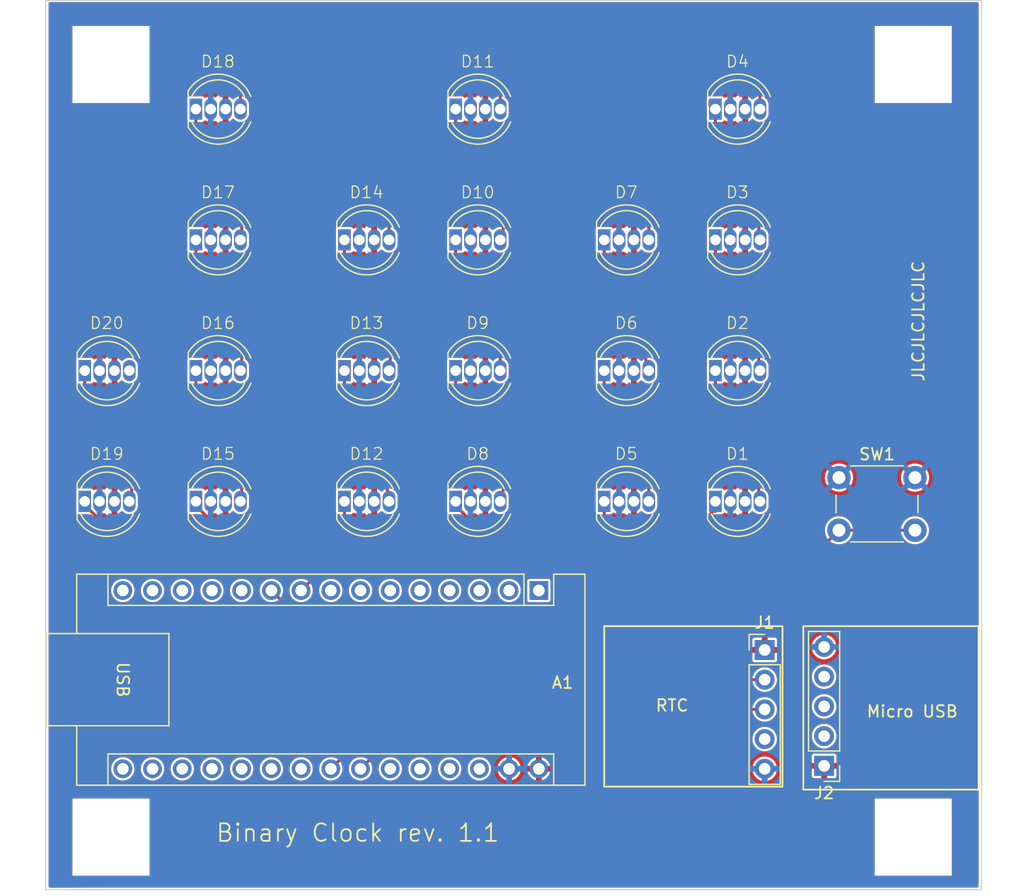
<source format=kicad_pcb>
(kicad_pcb (version 20221018) (generator pcbnew)
  (layers (0 "F.Cu" signal) (31 "B.Cu" signal) (34 "B.Paste" user) (35 "F.Paste" user) (36 "B.SilkS" user "B.Silkscreen") (37 "F.SilkS" user "F.Silkscreen") (38 "B.Mask" user) (39 "F.Mask" user) (44 "Edge.Cuts" user))
  (net 0 "")
  (net 4 "GND")
  (net 19 "Net-(A1-A4)")
  (net 20 "Net-(A1-A5)")
  (net 25 "+5V")
  (net 26 "Net-(D2-DOUT)")
  (net 27 "Net-(D4-DOUT)")
  (net 28 "Net-(D3-DOUT)")
  (net 29 "Net-(D5-DOUT)")
  (net 30 "Net-(D6-DOUT)")
  (net 31 "Net-(D7-DOUT)")
  (net 32 "Net-(D10-DOUT)")
  (net 33 "Net-(D10-DIN)")
  (net 34 "Net-(D8-DOUT)")
  (net 35 "Net-(D11-DOUT)")
  (net 36 "Net-(D14-DOUT)")
  (net 37 "Net-(D15-DOUT)")
  (net 38 "Net-(D16-DOUT)")
  (net 39 "Net-(D17-DOUT)")
  (net 40 "Net-(D18-DOUT)")
  (net 41 "Net-(D19-DOUT)")
  (net 42 "Net-(D12-DOUT)")
  (net 43 "Net-(D13-DOUT)")
  (net 49 "Net-(A1-D7)")
  (net 50 "Net-(A1-D6)")
  (net 54 "Net-(D1-DOUT)")
  (footprint "Library:LED_D5.0mm-4_RGB_WS2811" (layer "F.Cu") (at 125.329 46.546429)
    (fp_text reference "D7" (at 0 -2.604429 unlocked) (layer "F.SilkS") (effects (font (thickness 0.1))))
    (fp_text value "WS2812")
    (pad "1" thru_hole oval (at 1.925 1.459571) (size 1.07 1.8) (drill 0.9) (layers "*.Cu" "*.Mask") (net 31 "Net-(D7-DOUT)"))
    (pad "2" thru_hole rect (at -1.885 1.459571) (size 1.07 1.8) (drill 0.9) (layers "*.Cu" "*.Mask") (net 30 "Net-(D6-DOUT)"))
    (pad "3" thru_hole oval (at 0.655 1.459571) (size 1.07 1.8) (drill 0.9) (layers "*.Cu" "*.Mask") (net 25 "+5V"))
    (pad "6" thru_hole oval (at -0.615 1.459571) (size 1.07 1.8) (drill 0.9) (layers "*.Cu" "*.Mask") (net 4 "GND"))
  )
  (footprint "Module:Arduino_Nano" (layer "F.Cu") (at 117.856 77.978 -90)
    (fp_text reference "A1" (at 7.874 -2.032) (layer "F.SilkS"))
    (fp_text value "Arduino_Nano_v2.x")
    (fp_text user "USB" (at 7.62 35.56 -90 unlocked) (layer "F.SilkS"))
    (pad "1" thru_hole rect (at 0 0 270) (size 1.6 1.6) (drill 1) (layers "*.Cu" "*.Mask"))
    (pad "2" thru_hole oval (at 0 2.54 270) (size 1.6 1.6) (drill 1) (layers "*.Cu" "*.Mask"))
    (pad "3" thru_hole oval (at 0 5.08 270) (size 1.6 1.6) (drill 1) (layers "*.Cu" "*.Mask"))
    (pad "4" thru_hole oval (at 0 7.62 270) (size 1.6 1.6) (drill 1) (layers "*.Cu" "*.Mask"))
    (pad "5" thru_hole oval (at 0 10.16 270) (size 1.6 1.6) (drill 1) (layers "*.Cu" "*.Mask"))
    (pad "6" thru_hole oval (at 0 12.7 270) (size 1.6 1.6) (drill 1) (layers "*.Cu" "*.Mask"))
    (pad "7" thru_hole oval (at 0 15.24 270) (size 1.6 1.6) (drill 1) (layers "*.Cu" "*.Mask"))
    (pad "8" thru_hole oval (at 0 17.78 270) (size 1.6 1.6) (drill 1) (layers "*.Cu" "*.Mask"))
    (pad "9" thru_hole oval (at 0 20.32 270) (size 1.6 1.6) (drill 1) (layers "*.Cu" "*.Mask") (net 50 "Net-(A1-D6)"))
    (pad "10" thru_hole oval (at 0 22.86 270) (size 1.6 1.6) (drill 1) (layers "*.Cu" "*.Mask") (net 49 "Net-(A1-D7)"))
    (pad "11" thru_hole oval (at 0 25.4 270) (size 1.6 1.6) (drill 1) (layers "*.Cu" "*.Mask"))
    (pad "12" thru_hole oval (at 0 27.94 270) (size 1.6 1.6) (drill 1) (layers "*.Cu" "*.Mask"))
    (pad "13" thru_hole oval (at 0 30.48 270) (size 1.6 1.6) (drill 1) (layers "*.Cu" "*.Mask"))
    (pad "14" thru_hole oval (at 0 33.02 270) (size 1.6 1.6) (drill 1) (layers "*.Cu" "*.Mask"))
    (pad "15" thru_hole oval (at 0 35.56 270) (size 1.6 1.6) (drill 1) (layers "*.Cu" "*.Mask"))
    (pad "16" thru_hole oval (at 15.24 35.56 270) (size 1.6 1.6) (drill 1) (layers "*.Cu" "*.Mask"))
    (pad "17" thru_hole oval (at 15.24 33.02 270) (size 1.6 1.6) (drill 1) (layers "*.Cu" "*.Mask"))
    (pad "18" thru_hole oval (at 15.24 30.48 270) (size 1.6 1.6) (drill 1) (layers "*.Cu" "*.Mask"))
    (pad "19" thru_hole oval (at 15.24 27.94 270) (size 1.6 1.6) (drill 1) (layers "*.Cu" "*.Mask"))
    (pad "20" thru_hole oval (at 15.24 25.4 270) (size 1.6 1.6) (drill 1) (layers "*.Cu" "*.Mask"))
    (pad "21" thru_hole oval (at 15.24 22.86 270) (size 1.6 1.6) (drill 1) (layers "*.Cu" "*.Mask"))
    (pad "22" thru_hole oval (at 15.24 20.32 270) (size 1.6 1.6) (drill 1) (layers "*.Cu" "*.Mask"))
    (pad "23" thru_hole oval (at 15.24 17.78 270) (size 1.6 1.6) (drill 1) (layers "*.Cu" "*.Mask") (net 19 "Net-(A1-A4)"))
    (pad "24" thru_hole oval (at 15.24 15.24 270) (size 1.6 1.6) (drill 1) (layers "*.Cu" "*.Mask") (net 20 "Net-(A1-A5)"))
    (pad "25" thru_hole oval (at 15.24 12.7 270) (size 1.6 1.6) (drill 1) (layers "*.Cu" "*.Mask"))
    (pad "26" thru_hole oval (at 15.24 10.16 270) (size 1.6 1.6) (drill 1) (layers "*.Cu" "*.Mask"))
    (pad "27" thru_hole oval (at 15.24 7.62 270) (size 1.6 1.6) (drill 1) (layers "*.Cu" "*.Mask"))
    (pad "28" thru_hole oval (at 15.24 5.08 270) (size 1.6 1.6) (drill 1) (layers "*.Cu" "*.Mask"))
    (pad "29" thru_hole oval (at 15.24 2.54 270) (size 1.6 1.6) (drill 1) (layers "*.Cu" "*.Mask") (net 4 "GND"))
    (pad "30" thru_hole oval (at 15.24 0 270) (size 1.6 1.6) (drill 1) (layers "*.Cu" "*.Mask") (net 25 "+5V"))
  )
  (footprint "Library:LED_D5.0mm-4_RGB_WS2811" (layer "F.Cu") (at 90.424 46.546429)
    (fp_text reference "D17" (at 0 -2.604429 unlocked) (layer "F.SilkS") (effects (font (thickness 0.1))))
    (fp_text value "WS2812")
    (pad "1" thru_hole oval (at 1.925 1.459571) (size 1.07 1.8) (drill 0.9) (layers "*.Cu" "*.Mask") (net 39 "Net-(D17-DOUT)"))
    (pad "2" thru_hole rect (at -1.885 1.459571) (size 1.07 1.8) (drill 0.9) (layers "*.Cu" "*.Mask") (net 38 "Net-(D16-DOUT)"))
    (pad "3" thru_hole oval (at 0.655 1.459571) (size 1.07 1.8) (drill 0.9) (layers "*.Cu" "*.Mask") (net 25 "+5V"))
    (pad "6" thru_hole oval (at -0.615 1.459571) (size 1.07 1.8) (drill 0.9) (layers "*.Cu" "*.Mask") (net 4 "GND"))
  )
  (footprint "Library:LED_D5.0mm-4_RGB_WS2811" (layer "F.Cu") (at 112.629 68.898429)
    (fp_text reference "D8" (at 0 -2.604429 unlocked) (layer "F.SilkS") (effects (font (thickness 0.1))))
    (fp_text value "WS2812")
    (pad "1" thru_hole oval (at 1.925 1.459571) (size 1.07 1.8) (drill 0.9) (layers "*.Cu" "*.Mask") (net 34 "Net-(D8-DOUT)"))
    (pad "2" thru_hole rect (at -1.885 1.459571) (size 1.07 1.8) (drill 0.9) (layers "*.Cu" "*.Mask") (net 31 "Net-(D7-DOUT)"))
    (pad "3" thru_hole oval (at 0.655 1.459571) (size 1.07 1.8) (drill 0.9) (layers "*.Cu" "*.Mask") (net 25 "+5V"))
    (pad "6" thru_hole oval (at -0.615 1.459571) (size 1.07 1.8) (drill 0.9) (layers "*.Cu" "*.Mask") (net 4 "GND"))
  )
  (footprint "Library:LED_D5.0mm-4_RGB_WS2811" (layer "F.Cu") (at 134.834 68.898429)
    (fp_text reference "D1" (at 0 -2.604429 unlocked) (layer "F.SilkS") (effects (font (thickness 0.1))))
    (fp_text value "WS2812")
    (pad "1" thru_hole oval (at 1.925 1.459571) (size 1.07 1.8) (drill 0.9) (layers "*.Cu" "*.Mask") (net 54 "Net-(D1-DOUT)"))
    (pad "2" thru_hole rect (at -1.885 1.459571) (size 1.07 1.8) (drill 0.9) (layers "*.Cu" "*.Mask") (net 50 "Net-(A1-D6)"))
    (pad "3" thru_hole oval (at 0.655 1.459571) (size 1.07 1.8) (drill 0.9) (layers "*.Cu" "*.Mask") (net 25 "+5V"))
    (pad "6" thru_hole oval (at -0.615 1.459571) (size 1.07 1.8) (drill 0.9) (layers "*.Cu" "*.Mask") (net 4 "GND"))
  )
  (footprint "Library:LED_D5.0mm-4_RGB_WS2811" (layer "F.Cu") (at 90.424 35.370429)
    (fp_text reference "D18" (at 0 -2.604429 unlocked) (layer "F.SilkS") (effects (font (thickness 0.1))))
    (fp_text value "WS2812")
    (pad "1" thru_hole oval (at 1.925 1.459571) (size 1.07 1.8) (drill 0.9) (layers "*.Cu" "*.Mask") (net 40 "Net-(D18-DOUT)"))
    (pad "2" thru_hole rect (at -1.885 1.459571) (size 1.07 1.8) (drill 0.9) (layers "*.Cu" "*.Mask") (net 39 "Net-(D17-DOUT)"))
    (pad "3" thru_hole oval (at 0.655 1.459571) (size 1.07 1.8) (drill 0.9) (layers "*.Cu" "*.Mask") (net 25 "+5V"))
    (pad "6" thru_hole oval (at -0.615 1.459571) (size 1.07 1.8) (drill 0.9) (layers "*.Cu" "*.Mask") (net 4 "GND"))
  )
  (footprint "Button_Switch_THT:SW_PUSH_6mm" (layer "F.Cu") (at 143.51 68.326)
    (fp_text reference "SW1" (at 3.25 -2) (layer "F.SilkS"))
    (fp_text value "SW_Push")
    (pad "1" thru_hole circle (at 0 0 90) (size 2 2) (drill 1.1) (layers "*.Cu" "*.Mask") (net 4 "GND"))
    (pad "1" thru_hole circle (at 6.5 0 90) (size 2 2) (drill 1.1) (layers "*.Cu" "*.Mask") (net 4 "GND"))
    (pad "2" thru_hole circle (at 0 4.5 90) (size 2 2) (drill 1.1) (layers "*.Cu" "*.Mask") (net 49 "Net-(A1-D7)"))
    (pad "2" thru_hole circle (at 6.5 4.5 90) (size 2 2) (drill 1.1) (layers "*.Cu" "*.Mask") (net 49 "Net-(A1-D7)"))
  )
  (footprint "MountingHole:MountingHole_3.2mm_M3" (layer "F.Cu") (at 81.28 99.06)
    (fp_text reference "REF**" hide)
    (fp_text value "MountingHole_3.2mm_M3")
    (pad "" np_thru_hole circle (at 0 0) (size 3.2 3.2) (drill 3.2) (layers "*.Cu" "*.Mask"))
  )
  (footprint "Library:LED_D5.0mm-4_RGB_WS2811" (layer "F.Cu") (at 103.124 46.546429)
    (fp_text reference "D14" (at 0 -2.604429 unlocked) (layer "F.SilkS") (effects (font (thickness 0.1))))
    (fp_text value "WS2812")
    (pad "1" thru_hole oval (at 1.925 1.459571) (size 1.07 1.8) (drill 0.9) (layers "*.Cu" "*.Mask") (net 36 "Net-(D14-DOUT)"))
    (pad "2" thru_hole rect (at -1.885 1.459571) (size 1.07 1.8) (drill 0.9) (layers "*.Cu" "*.Mask") (net 43 "Net-(D13-DOUT)"))
    (pad "3" thru_hole oval (at 0.655 1.459571) (size 1.07 1.8) (drill 0.9) (layers "*.Cu" "*.Mask") (net 25 "+5V"))
    (pad "6" thru_hole oval (at -0.615 1.459571) (size 1.07 1.8) (drill 0.9) (layers "*.Cu" "*.Mask") (net 4 "GND"))
  )
  (footprint "Library:LED_D5.0mm-4_RGB_WS2811" (layer "F.Cu") (at 134.834 57.722429)
    (fp_text reference "D2" (at 0 -2.604429 unlocked) (layer "F.SilkS") (effects (font (thickness 0.1))))
    (fp_text value "WS2812" hide)
    (pad "1" thru_hole oval (at 1.925 1.459571) (size 1.07 1.8) (drill 0.9) (layers "*.Cu" "*.Mask") (net 26 "Net-(D2-DOUT)"))
    (pad "2" thru_hole rect (at -1.885 1.459571) (size 1.07 1.8) (drill 0.9) (layers "*.Cu" "*.Mask") (net 54 "Net-(D1-DOUT)"))
    (pad "3" thru_hole oval (at 0.655 1.459571) (size 1.07 1.8) (drill 0.9) (layers "*.Cu" "*.Mask") (net 25 "+5V"))
    (pad "6" thru_hole oval (at -0.615 1.459571) (size 1.07 1.8) (drill 0.9) (layers "*.Cu" "*.Mask") (net 4 "GND"))
  )
  (footprint "MountingHole:MountingHole_3.2mm_M3" (layer "F.Cu") (at 149.86 33.02)
    (fp_text reference "REF**" hide)
    (fp_text value "MountingHole_3.2mm_M3")
    (pad "" np_thru_hole circle (at 0 0) (size 3.2 3.2) (drill 3.2) (layers "*.Cu" "*.Mask"))
  )
  (footprint "Library:LED_D5.0mm-4_RGB_WS2811" (layer "F.Cu") (at 125.329 57.722429)
    (fp_text reference "D6" (at 0 -2.604429 unlocked) (layer "F.SilkS") (effects (font (thickness 0.1))))
    (fp_text value "WS2812")
    (pad "1" thru_hole oval (at 1.925 1.459571) (size 1.07 1.8) (drill 0.9) (layers "*.Cu" "*.Mask") (net 30 "Net-(D6-DOUT)"))
    (pad "2" thru_hole rect (at -1.885 1.459571) (size 1.07 1.8) (drill 0.9) (layers "*.Cu" "*.Mask") (net 29 "Net-(D5-DOUT)"))
    (pad "3" thru_hole oval (at 0.655 1.459571) (size 1.07 1.8) (drill 0.9) (layers "*.Cu" "*.Mask") (net 25 "+5V"))
    (pad "6" thru_hole oval (at -0.615 1.459571) (size 1.07 1.8) (drill 0.9) (layers "*.Cu" "*.Mask") (net 4 "GND"))
  )
  (footprint "Library:LED_D5.0mm-4_RGB_WS2811" (layer "F.Cu") (at 134.834 46.546429)
    (fp_text reference "D3" (at 0 -2.604429 unlocked) (layer "F.SilkS") (effects (font (thickness 0.1))))
    (fp_text value "WS2812")
    (pad "1" thru_hole oval (at 1.925 1.459571) (size 1.07 1.8) (drill 0.9) (layers "*.Cu" "*.Mask") (net 28 "Net-(D3-DOUT)"))
    (pad "2" thru_hole rect (at -1.885 1.459571) (size 1.07 1.8) (drill 0.9) (layers "*.Cu" "*.Mask") (net 26 "Net-(D2-DOUT)"))
    (pad "3" thru_hole oval (at 0.655 1.459571) (size 1.07 1.8) (drill 0.9) (layers "*.Cu" "*.Mask") (net 25 "+5V"))
    (pad "6" thru_hole oval (at -0.615 1.459571) (size 1.07 1.8) (drill 0.9) (layers "*.Cu" "*.Mask") (net 4 "GND"))
  )
  (footprint "Library:LED_D5.0mm-4_RGB_WS2811" (layer "F.Cu") (at 134.834 35.370429)
    (fp_text reference "D4" (at 0 -2.604429 unlocked) (layer "F.SilkS") (effects (font (thickness 0.1))))
    (fp_text value "WS2812")
    (pad "1" thru_hole oval (at 1.925 1.459571) (size 1.07 1.8) (drill 0.9) (layers "*.Cu" "*.Mask") (net 27 "Net-(D4-DOUT)"))
    (pad "2" thru_hole rect (at -1.885 1.459571) (size 1.07 1.8) (drill 0.9) (layers "*.Cu" "*.Mask") (net 28 "Net-(D3-DOUT)"))
    (pad "3" thru_hole oval (at 0.655 1.459571) (size 1.07 1.8) (drill 0.9) (layers "*.Cu" "*.Mask") (net 25 "+5V"))
    (pad "6" thru_hole oval (at -0.615 1.459571) (size 1.07 1.8) (drill 0.9) (layers "*.Cu" "*.Mask") (net 4 "GND"))
  )
  (footprint "Library:LED_D5.0mm-4_RGB_WS2811" (layer "F.Cu") (at 112.629 35.370429)
    (fp_text reference "D11" (at 0 -2.604429 unlocked) (layer "F.SilkS") (effects (font (thickness 0.1))))
    (fp_text value "WS2812")
    (pad "1" thru_hole oval (at 1.925 1.459571) (size 1.07 1.8) (drill 0.9) (layers "*.Cu" "*.Mask") (net 35 "Net-(D11-DOUT)"))
    (pad "2" thru_hole rect (at -1.885 1.459571) (size 1.07 1.8) (drill 0.9) (layers "*.Cu" "*.Mask") (net 32 "Net-(D10-DOUT)"))
    (pad "3" thru_hole oval (at 0.655 1.459571) (size 1.07 1.8) (drill 0.9) (layers "*.Cu" "*.Mask") (net 25 "+5V"))
    (pad "6" thru_hole oval (at -0.615 1.459571) (size 1.07 1.8) (drill 0.9) (layers "*.Cu" "*.Mask") (net 4 "GND"))
  )
  (footprint "Library:LED_D5.0mm-4_RGB_WS2811" (layer "F.Cu") (at 90.427 57.722429)
    (fp_text reference "D16" (at 0 -2.604429 unlocked) (layer "F.SilkS") (effects (font (thickness 0.1))))
    (fp_text value "WS2812")
    (pad "1" thru_hole oval (at 1.925 1.459571) (size 1.07 1.8) (drill 0.9) (layers "*.Cu" "*.Mask") (net 38 "Net-(D16-DOUT)"))
    (pad "2" thru_hole rect (at -1.885 1.459571) (size 1.07 1.8) (drill 0.9) (layers "*.Cu" "*.Mask") (net 37 "Net-(D15-DOUT)"))
    (pad "3" thru_hole oval (at 0.655 1.459571) (size 1.07 1.8) (drill 0.9) (layers "*.Cu" "*.Mask") (net 25 "+5V"))
    (pad "6" thru_hole oval (at -0.615 1.459571) (size 1.07 1.8) (drill 0.9) (layers "*.Cu" "*.Mask") (net 4 "GND"))
  )
  (footprint "Library:LED_D5.0mm-4_RGB_WS2811" (layer "F.Cu") (at 80.927 57.722429)
    (fp_text reference "D20" (at 0 -2.604429 unlocked) (layer "F.SilkS") (effects (font (thickness 0.1))))
    (fp_text value "WS2812")
    (pad "1" thru_hole oval (at 1.925 1.459571) (size 1.07 1.8) (drill 0.9) (layers "*.Cu" "*.Mask"))
    (pad "2" thru_hole rect (at -1.885 1.459571) (size 1.07 1.8) (drill 0.9) (layers "*.Cu" "*.Mask") (net 41 "Net-(D19-DOUT)"))
    (pad "3" thru_hole oval (at 0.655 1.459571) (size 1.07 1.8) (drill 0.9) (layers "*.Cu" "*.Mask") (net 25 "+5V"))
    (pad "6" thru_hole oval (at -0.615 1.459571) (size 1.07 1.8) (drill 0.9) (layers "*.Cu" "*.Mask") (net 4 "GND"))
  )
  (footprint "Library:LED_D5.0mm-4_RGB_WS2811" (layer "F.Cu") (at 103.127 68.898429)
    (fp_text reference "D12" (at 0 -2.604429 unlocked) (layer "F.SilkS") (effects (font (thickness 0.1))))
    (fp_text value "WS2812")
    (pad "1" thru_hole oval (at 1.925 1.459571) (size 1.07 1.8) (drill 0.9) (layers "*.Cu" "*.Mask") (net 42 "Net-(D12-DOUT)"))
    (pad "2" thru_hole rect (at -1.885 1.459571) (size 1.07 1.8) (drill 0.9) (layers "*.Cu" "*.Mask") (net 35 "Net-(D11-DOUT)"))
    (pad "3" thru_hole oval (at 0.655 1.459571) (size 1.07 1.8) (drill 0.9) (layers "*.Cu" "*.Mask") (net 25 "+5V"))
    (pad "6" thru_hole oval (at -0.615 1.459571) (size 1.07 1.8) (drill 0.9) (layers "*.Cu" "*.Mask") (net 4 "GND"))
  )
  (footprint "Library:LED_D5.0mm-4_RGB_WS2811" (layer "F.Cu") (at 125.329 68.898429)
    (fp_text reference "D5" (at 0 -2.604429 unlocked) (layer "F.SilkS") (effects (font (thickness 0.1))))
    (fp_text value "WS2812")
    (pad "1" thru_hole oval (at 1.925 1.459571) (size 1.07 1.8) (drill 0.9) (layers "*.Cu" "*.Mask") (net 29 "Net-(D5-DOUT)"))
    (pad "2" thru_hole rect (at -1.885 1.459571) (size 1.07 1.8) (drill 0.9) (layers "*.Cu" "*.Mask") (net 27 "Net-(D4-DOUT)"))
    (pad "3" thru_hole oval (at 0.655 1.459571) (size 1.07 1.8) (drill 0.9) (layers "*.Cu" "*.Mask") (net 25 "+5V"))
    (pad "6" thru_hole oval (at -0.615 1.459571) (size 1.07 1.8) (drill 0.9) (layers "*.Cu" "*.Mask") (net 4 "GND"))
  )
  (footprint "MountingHole:MountingHole_3.2mm_M3" (layer "F.Cu") (at 81.28 33.02)
    (fp_text reference "REF**" hide)
    (fp_text value "MountingHole_3.2mm_M3")
    (pad "" np_thru_hole circle (at 0 0) (size 3.2 3.2) (drill 3.2) (layers "F&B.Cu" "*.Mask"))
  )
  (footprint "Library:LED_D5.0mm-4_RGB_WS2811" (layer "F.Cu") (at 90.427 68.898429)
    (fp_text reference "D15" (at 0 -2.604429 unlocked) (layer "F.SilkS") (effects (font (thickness 0.1))))
    (fp_text value "WS2812")
    (pad "1" thru_hole oval (at 1.925 1.459571) (size 1.07 1.8) (drill 0.9) (layers "*.Cu" "*.Mask") (net 37 "Net-(D15-DOUT)"))
    (pad "2" thru_hole rect (at -1.885 1.459571) (size 1.07 1.8) (drill 0.9) (layers "*.Cu" "*.Mask") (net 36 "Net-(D14-DOUT)"))
    (pad "3" thru_hole oval (at 0.655 1.459571) (size 1.07 1.8) (drill 0.9) (layers "*.Cu" "*.Mask") (net 25 "+5V"))
    (pad "6" thru_hole oval (at -0.615 1.459571) (size 1.07 1.8) (drill 0.9) (layers "*.Cu" "*.Mask") (net 4 "GND"))
  )
  (footprint "Connector_PinHeader_2.54mm:PinHeader_1x05_P2.54mm_Vertical" (layer "F.Cu") (at 142.24 92.964 180)
    (fp_text reference "J2" (at 0 -2.33) (layer "F.SilkS"))
    (fp_text value "MicroUSB_header" hide)
    (pad "1" thru_hole rect (at 0 0 180) (size 1.7 1.7) (drill 1) (layers "*.Cu" "*.Mask") (net 25 "+5V"))
    (pad "2" thru_hole oval (at 0 2.54 180) (size 1.7 1.7) (drill 1) (layers "*.Cu" "*.Mask"))
    (pad "3" thru_hole oval (at 0 5.08 180) (size 1.7 1.7) (drill 1) (layers "*.Cu" "*.Mask"))
    (pad "4" thru_hole oval (at 0 7.62 180) (size 1.7 1.7) (drill 1) (layers "*.Cu" "*.Mask"))
    (pad "5" thru_hole oval (at 0 10.16 180) (size 1.7 1.7) (drill 1) (layers "*.Cu" "*.Mask") (net 4 "GND"))
  )
  (footprint "Library:LED_D5.0mm-4_RGB_WS2811" (layer "F.Cu") (at 103.127 57.722429)
    (fp_text reference "D13" (at -0.003 -2.604429 unlocked) (layer "F.SilkS") (effects (font (thickness 0.1))))
    (fp_text value "WS2812")
    (pad "1" thru_hole oval (at 1.925 1.459571) (size 1.07 1.8) (drill 0.9) (layers "*.Cu" "*.Mask") (net 43 "Net-(D13-DOUT)"))
    (pad "2" thru_hole rect (at -1.885 1.459571) (size 1.07 1.8) (drill 0.9) (layers "*.Cu" "*.Mask") (net 42 "Net-(D12-DOUT)"))
    (pad "3" thru_hole oval (at 0.655 1.459571) (size 1.07 1.8) (drill 0.9) (layers "*.Cu" "*.Mask") (net 25 "+5V"))
    (pad "6" thru_hole oval (at -0.615 1.459571) (size 1.07 1.8) (drill 0.9) (layers "*.Cu" "*.Mask") (net 4 "GND"))
  )
  (footprint "Library:LED_D5.0mm-4_RGB_WS2811" (layer "F.Cu") (at 112.629 57.722429)
    (fp_text reference "D9" (at 0 -2.604429 unlocked) (layer "F.SilkS") (effects (font (thickness 0.1))))
    (fp_text value "WS2812")
    (pad "1" thru_hole oval (at 1.925 1.459571) (size 1.07 1.8) (drill 0.9) (layers "*.Cu" "*.Mask") (net 33 "Net-(D10-DIN)"))
    (pad "2" thru_hole rect (at -1.885 1.459571) (size 1.07 1.8) (drill 0.9) (layers "*.Cu" "*.Mask") (net 34 "Net-(D8-DOUT)"))
    (pad "3" thru_hole oval (at 0.655 1.459571) (size 1.07 1.8) (drill 0.9) (layers "*.Cu" "*.Mask") (net 25 "+5V"))
    (pad "6" thru_hole oval (at -0.615 1.459571) (size 1.07 1.8) (drill 0.9) (layers "*.Cu" "*.Mask") (net 4 "GND"))
  )
  (footprint "MountingHole:MountingHole_3.2mm_M3" (layer "F.Cu") (at 149.86 99.06)
    (fp_text reference "REF**" hide)
    (fp_text value "MountingHole_3.2mm_M3")
    (pad "" np_thru_hole circle (at 0 0) (size 3.2 3.2) (drill 3.2) (layers "*.Cu" "*.Mask"))
  )
  (footprint "Connector_PinHeader_2.54mm:PinHeader_1x05_P2.54mm_Vertical" (layer "F.Cu") (at 137.16 83.058)
    (fp_text reference "J1" (at 0 -2.33) (layer "F.SilkS"))
    (fp_text value "RTC_Header")
    (pad "1" thru_hole rect (at 0 0) (size 1.7 1.7) (drill 1) (layers "*.Cu" "*.Mask") (net 25 "+5V"))
    (pad "2" thru_hole oval (at 0 2.54) (size 1.7 1.7) (drill 1) (layers "*.Cu" "*.Mask") (net 19 "Net-(A1-A4)"))
    (pad "3" thru_hole oval (at 0 5.08) (size 1.7 1.7) (drill 1) (layers "*.Cu" "*.Mask") (net 20 "Net-(A1-A5)"))
    (pad "4" thru_hole oval (at 0 7.62) (size 1.7 1.7) (drill 1) (layers "*.Cu" "*.Mask"))
    (pad "5" thru_hole oval (at 0 10.16) (size 1.7 1.7) (drill 1) (layers "*.Cu" "*.Mask") (net 4 "GND"))
  )
  (footprint "Library:LED_D5.0mm-4_RGB_WS2811" (layer "F.Cu") (at 112.629 46.546429)
    (fp_text reference "D10" (at 0 -2.604429 unlocked) (layer "F.SilkS") (effects (font (thickness 0.1))))
    (fp_text value "WS2812")
    (pad "1" thru_hole oval (at 1.925 1.459571) (size 1.07 1.8) (drill 0.9) (layers "*.Cu" "*.Mask") (net 32 "Net-(D10-DOUT)"))
    (pad "2" thru_hole rect (at -1.885 1.459571) (size 1.07 1.8) (drill 0.9) (layers "*.Cu" "*.Mask") (net 33 "Net-(D10-DIN)"))
    (pad "3" thru_hole oval (at 0.655 1.459571) (size 1.07 1.8) (drill 0.9) (layers "*.Cu" "*.Mask") (net 25 "+5V"))
    (pad "6" thru_hole oval (at -0.615 1.459571) (size 1.07 1.8) (drill 0.9) (layers "*.Cu" "*.Mask") (net 4 "GND"))
  )
  (footprint "Library:LED_D5.0mm-4_RGB_WS2811" (layer "F.Cu") (at 80.927 68.898429)
    (fp_text reference "D19" (at 0 -2.604429 unlocked) (layer "F.SilkS") (effects (font (thickness 0.1))))
    (fp_text value "WS2812")
    (pad "1" thru_hole oval (at 1.925 1.459571) (size 1.07 1.8) (drill 0.9) (layers "*.Cu" "*.Mask") (net 41 "Net-(D19-DOUT)"))
    (pad "2" thru_hole rect (at -1.885 1.459571) (size 1.07 1.8) (drill 0.9) (layers "*.Cu" "*.Mask") (net 40 "Net-(D18-DOUT)"))
    (pad "3" thru_hole oval (at 0.655 1.459571) (size 1.07 1.8) (drill 0.9) (layers "*.Cu" "*.Mask") (net 25 "+5V"))
    (pad "6" thru_hole oval (at -0.615 1.459571) (size 1.07 1.8) (drill 0.9) (layers "*.Cu" "*.Mask") (net 4 "GND"))
  )
  (gr_rect (start 140.462 81.026) (end 155.448 94.996) (stroke (width 0.15)) (fill none) (layer "F.SilkS"))
  (gr_rect (start 123.444 81.026) (end 138.684 94.742) (stroke (width 0.15)) (fill none) (layer "F.SilkS"))
  (gr_rect (start 75.702 27.552) (end 155.702 103.552) (stroke (width 0.1)) (fill none) (layer "Edge.Cuts"))
  (gr_text "Micro USB" (at 145.796 88.9) (layer "F.SilkS") (effects (font (size 1 1)) (justify left bottom)))
  (gr_text "JLCJLCJLCJLC" (at 150.876 60.198 90) (layer "F.SilkS") (effects (font (size 1 1)) (justify left bottom)))
  (gr_text "Binary Clock rev. 1.1" (at 90.17 99.568) (layer "F.SilkS") (effects (font (size 1.5 1.5)) (justify left bottom)))
  (gr_text "RTC" (at 127.762 88.392) (layer "F.SilkS") (effects (font (size 1 1)) (justify left bottom)))
  (segment (start 134.219 70.669224) (end 134.219 70.358) (width 0.25) (layer "F.Cu") (net 4))
  (segment (start 142.386 82.696) (end 142.386 82.804) (width 0.25) (layer "F.Cu") (net 4))
  (segment (start 134.513 48.306571) (end 134.513 47.941571) (width 0.25) (layer "F.Cu") (net 4))
  (segment (start 124.861 70.211) (end 124.861 70.866) (width 0.25) (layer "F.Cu") (net 4))
  (segment (start 89.812 70.358) (end 89.812 70.723) (width 0.25) (layer "B.Cu") (net 4))
  (segment (start 80.312 70.358) (end 80.312 70.723) (width 0.25) (layer "B.Cu") (net 4))
  (segment (start 112.014 70.723) (end 112.014 70.358) (width 0.25) (layer "B.Cu") (net 4))
  (segment (start 102.512 70.723) (end 102.512 70.358) (width 0.25) (layer "B.Cu") (net 4))
  (segment (start 134.219 47.224) (end 134.219 48.006) (width 0.25) (layer "B.Cu") (net 4))
  (segment (start 89.812 48.009) (end 89.809 48.006) (width 0.25) (layer "B.Cu") (net 4))
  (segment (start 112.014 58.42) (end 112.014 59.182) (width 0.25) (layer "B.Cu") (net 4))
  (segment (start 102.512 48.009) (end 102.509 48.006) (width 0.25) (layer "B.Cu") (net 4))
  (segment (start 137.16 85.598) (end 107.696 85.598) (width 0.25) (layer "F.Cu") (net 19))
  (segment (start 107.696 85.598) (end 100.076 93.218) (width 0.25) (layer "F.Cu") (net 19))
  (segment (start 102.616 93.218) (end 107.696 88.138) (width 0.25) (layer "F.Cu") (net 20))
  (segment (start 107.696 88.138) (end 137.16 88.138) (width 0.25) (layer "F.Cu") (net 20))
  (segment (start 135.89 70.866) (end 135.89 70.501) (width 0.25) (layer "F.Cu") (net 25))
  (segment (start 135.783 47.941571) (end 135.783 47.576571) (width 0.25) (layer "F.Cu") (net 25))
  (segment (start 135.89 59.625571) (end 135.89 59.260571) (width 0.25) (layer "F.Cu") (net 25))
  (segment (start 135.489 70.358) (end 135.489 70.723) (width 0.25) (layer "B.Cu") (net 25))
  (segment (start 103.782 48.009) (end 103.779 48.006) (width 0.25) (layer "B.Cu") (net 25))
  (segment (start 91.079 48.371) (end 91.079 48.006) (width 0.25) (layer "B.Cu") (net 25))
  (segment (start 113.284 37.195) (end 113.284 36.83) (width 0.25) (layer "B.Cu") (net 25))
  (segment (start 135.489 36.83) (end 135.489 36.465) (width 0.25) (layer "B.Cu") (net 25))
  (segment (start 135.489 48.006) (end 135.489 48.621) (width 0.25) (layer "B.Cu") (net 25))
  (segment (start 91.082 70.723) (end 91.082 70.358) (width 0.25) (layer "B.Cu") (net 25))
  (segment (start 125.984 48.514) (end 125.984 48.006) (width 0.25) (layer "B.Cu") (net 25))
  (segment (start 81.582 59.182) (end 81.582 59.547) (width 0.25) (layer "B.Cu") (net 25))
  (segment (start 113.284 70.723) (end 113.284 70.358) (width 0.25) (layer "B.Cu") (net 25))
  (segment (start 103.782 69.993) (end 103.782 70.358) (width 0.25) (layer "B.Cu") (net 25))
  (segment (start 91.079 36.83) (end 91.079 36.465) (width 0.25) (layer "B.Cu") (net 25))
  (segment (start 135.489 59.182) (end 135.489 59.547) (width 0.25) (layer "B.Cu") (net 25))
  (segment (start 125.984 70.046776) (end 125.984 70.358) (width 0.25) (layer "B.Cu") (net 25))
  (segment (start 135.489 48.006) (end 135.489 48.371) (width 0.25) (layer "B.Cu") (net 25))
  (segment (start 103.779 48.371) (end 103.779 48.006) (width 0.25) (layer "B.Cu") (net 25))
  (segment (start 81.582 70.046776) (end 81.582 70.358) (width 0.25) (layer "B.Cu") (net 25))
  (segment (start 81.582 58.870776) (end 81.582 59.182) (width 0.25) (layer "B.Cu") (net 25))
  (segment (start 125.984 59.69) (end 125.984 59.182) (width 0.25) (layer "B.Cu") (net 25))
  (segment (start 113.284 36.83) (end 113.284 36.465) (width 0.25) (layer "B.Cu") (net 25))
  (segment (start 135.489 36.83) (end 135.489 37.195) (width 0.25) (layer "B.Cu") (net 25))
  (segment (start 113.284 59.547) (end 113.284 59.182) (width 0.25) (layer "B.Cu") (net 25))
  (segment (start 103.782 59.547) (end 103.782 59.182) (width 0.25) (layer "B.Cu") (net 25))
  (segment (start 113.284 48.371) (end 113.284 48.006) (width 0.25) (layer "B.Cu") (net 25))
  (segment (start 91.082 48.009) (end 91.079 48.006) (width 0.25) (layer "B.Cu") (net 25))
  (segment (start 91.082 59.547) (end 91.082 59.182) (width 0.25) (layer "B.Cu") (net 25))
  (segment (start 142.24 93.218) (end 142.24 92.964) (width 0.25) (layer "B.Cu") (net 25))
  (segment (start 91.079 37.195) (end 91.079 36.83) (width 0.25) (layer "B.Cu") (net 25))
  (segment (start 136.759 59.182) (end 136.759 58.817) (width 0.25) (layer "F.Cu") (net 26))
  (segment (start 136.759 58.817) (end 136.652 58.71) (width 0.25) (layer "F.Cu") (net 26))
  (segment (start 132.949 52.685) (end 132.949 48.006) (width 0.25) (layer "F.Cu") (net 26))
  (segment (start 136.652 58.71) (end 136.652 56.388) (width 0.25) (layer "F.Cu") (net 26))
  (segment (start 136.652 56.388) (end 132.949 52.685) (width 0.25) (layer "F.Cu") (net 26))
  (segment (start 128.016 73.152) (end 124.46 73.152) (width 0.25) (layer "F.Cu") (net 27))
  (segment (start 136.759 35.159) (end 135.636 34.036) (width 0.25) (layer "F.Cu") (net 27))
  (segment (start 132.08 34.036) (end 130.048 36.068) (width 0.25) (layer "F.Cu") (net 27))
  (segment (start 136.759 36.83) (end 136.759 35.159) (width 0.25) (layer "F.Cu") (net 27))
  (segment (start 130.048 71.12) (end 128.016 73.152) (width 0.25) (layer "F.Cu") (net 27))
  (segment (start 130.048 36.068) (end 130.048 71.12) (width 0.25) (layer "F.Cu") (net 27))
  (segment (start 135.636 34.036) (end 132.08 34.036) (width 0.25) (layer "F.Cu") (net 27))
  (segment (start 124.46 73.152) (end 123.444 72.136) (width 0.25) (layer "F.Cu") (net 27))
  (segment (start 123.444 72.136) (end 123.444 70.358) (width 0.25) (layer "F.Cu") (net 27))
  (segment (start 136.652 47.534) (end 136.652 44.704) (width 0.25) (layer "F.Cu") (net 28))
  (segment (start 132.949 41.001) (end 132.949 36.83) (width 0.25) (layer "F.Cu") (net 28))
  (segment (start 136.652 44.704) (end 132.949 41.001) (width 0.25) (layer "F.Cu") (net 28))
  (segment (start 132.481 36.511571) (end 132.481 36.146571) (width 0.25) (layer "F.Cu") (net 28))
  (segment (start 136.759 47.641) (end 136.652 47.534) (width 0.25) (layer "F.Cu") (net 28))
  (segment (start 136.759 48.006) (end 136.759 47.641) (width 0.25) (layer "F.Cu") (net 28))
  (segment (start 127.254 70.358) (end 127.254 65.278) (width 0.25) (layer "F.Cu") (net 29))
  (segment (start 123.444 61.468) (end 123.444 59.182) (width 0.25) (layer "F.Cu") (net 29))
  (segment (start 127.254 65.278) (end 123.444 61.468) (width 0.25) (layer "F.Cu") (net 29))
  (segment (start 127.254 58.817) (end 127 58.563) (width 0.25) (layer "F.Cu") (net 30))
  (segment (start 127.254 59.182) (end 127.254 58.817) (width 0.25) (layer "F.Cu") (net 30))
  (segment (start 127 58.563) (end 127 56.388) (width 0.25) (layer "F.Cu") (net 30))
  (segment (start 123.444 52.832) (end 123.444 48.006) (width 0.25) (layer "F.Cu") (net 30))
  (segment (start 127 56.388) (end 123.444 52.832) (width 0.25) (layer "F.Cu") (net 30))
  (segment (start 127.254 48.006) (end 127.254 47.641) (width 0.25) (layer "F.Cu") (net 31))
  (segment (start 116.586 72.898) (end 112.919 72.898) (width 0.25) (layer "F.Cu") (net 31))
  (segment (start 125.984 44.45) (end 123.19 44.45) (width 0.25) (layer "F.Cu") (net 31))
  (segment (start 121.412 68.072) (end 116.586 72.898) (width 0.25) (layer "F.Cu") (net 31))
  (segment (start 127.254 45.72) (end 125.984 44.45) (width 0.25) (layer "F.Cu") (net 31))
  (segment (start 110.744 70.723) (end 110.744 70.358) (width 0.25) (layer "F.Cu") (net 31))
  (segment (start 123.19 44.45) (end 121.412 46.228) (width 0.25) (layer "F.Cu") (net 31))
  (segment (start 121.412 46.228) (end 121.412 68.072) (width 0.25) (layer "F.Cu") (net 31))
  (segment (start 127.254 48.006) (end 127.254 45.72) (width 0.25) (layer "F.Cu") (net 31))
  (segment (start 112.919 72.898) (end 110.744 70.723) (width 0.25) (layer "F.Cu") (net 31))
  (segment (start 114.808 45.72) (end 110.744 41.656) (width 0.25) (layer "F.Cu") (net 32))
  (segment (start 114.554 48.006) (end 114.554 47.641) (width 0.25) (layer "F.Cu") (net 32))
  (segment (start 114.554 47.641) (end 114.808 47.387) (width 0.25) (layer "F.Cu") (net 32))
  (segment (start 110.744 41.656) (end 110.744 36.83) (width 0.25) (layer "F.Cu") (net 32))
  (segment (start 114.808 47.387) (end 114.808 45.72) (width 0.25) (layer "F.Cu") (net 32))
  (segment (start 110.744 51.816) (end 114.554 55.626) (width 0.25) (layer "F.Cu") (net 33))
  (segment (start 114.554 59.182) (end 114.554 55.626) (width 0.25) (layer "F.Cu") (net 33))
  (segment (start 111.154 48.727224) (end 111.154 48.416) (width 0.25) (layer "F.Cu") (net 33))
  (segment (start 110.744 48.006) (end 110.744 51.816) (width 0.25) (layer "F.Cu") (net 33))
  (segment (start 111.154 48.416) (end 110.744 48.006) (width 0.25) (layer "F.Cu") (net 33))
  (segment (start 114.808 69.739) (end 114.808 65.786) (width 0.25) (layer "F.Cu") (net 34))
  (segment (start 114.808 65.786) (end 110.744 61.722) (width 0.25) (layer "F.Cu") (net 34))
  (segment (start 114.554 69.993) (end 114.808 69.739) (width 0.25) (layer "F.Cu") (net 34))
  (segment (start 114.554 70.358) (end 114.554 69.993) (width 0.25) (layer "F.Cu") (net 34))
  (segment (start 110.744 61.722) (end 110.744 59.182) (width 0.25) (layer "F.Cu") (net 34))
  (segment (start 101.242 72.032) (end 101.242 70.358) (width 0.25) (layer "F.Cu") (net 35))
  (segment (start 109.982 33.528) (end 108.458 35.052) (width 0.25) (layer "F.Cu") (net 35))
  (segment (start 114.554 36.83) (end 114.554 35.56) (width 0.25) (layer "F.Cu") (net 35))
  (segment (start 108.458 70.358) (end 105.918 72.898) (width 0.25) (layer "F.Cu") (net 35))
  (segment (start 114.554 35.56) (end 112.522 33.528) (width 0.25) (layer "F.Cu") (net 35))
  (segment (start 112.522 33.528) (end 109.982 33.528) (width 0.25) (layer "F.Cu") (net 35))
  (segment (start 105.918 72.898) (end 102.108 72.898) (width 0.25) (layer "F.Cu") (net 35))
  (segment (start 108.458 35.052) (end 108.458 70.358) (width 0.25) (layer "F.Cu") (net 35))
  (segment (start 102.108 72.898) (end 101.242 72.032) (width 0.25) (layer "F.Cu") (net 35))
  (segment (start 98.298 47.498) (end 98.298 69.088) (width 0.25) (layer "F.Cu") (net 36))
  (segment (start 90.717 72.898) (end 88.542 70.723) (width 0.25) (layer "F.Cu") (net 36))
  (segment (start 105.049 48.006) (end 105.049 45.867) (width 0.25) (layer "F.Cu") (net 36))
  (segment (start 101.346 44.45) (end 98.298 47.498) (width 0.25) (layer "F.Cu") (net 36))
  (segment (start 103.632 44.45) (end 101.346 44.45) (width 0.25) (layer "F.Cu") (net 36))
  (segment (start 88.542 70.723) (end 88.542 70.358) (width 0.25) (layer "F.Cu") (net 36))
  (segment (start 94.488 72.898) (end 90.717 72.898) (width 0.25) (layer "F.Cu") (net 36))
  (segment (start 105.049 45.867) (end 103.632 44.45) (width 0.25) (layer "F.Cu") (net 36))
  (segment (start 98.298 69.088) (end 94.488 72.898) (width 0.25) (layer "F.Cu") (net 36))
  (segment (start 92.352 70.358) (end 92.352 69.993) (width 0.25) (layer "F.Cu") (net 37))
  (segment (start 88.542 63.904) (end 88.542 59.182) (width 0.25) (layer "F.Cu") (net 37))
  (segment (start 92.352 69.993) (end 92.456 69.889) (width 0.25) (layer "F.Cu") (net 37))
  (segment (start 92.456 69.889) (end 92.456 67.818) (width 0.25) (layer "F.Cu") (net 37))
  (segment (start 92.456 67.818) (end 88.542 63.904) (width 0.25) (layer "F.Cu") (net 37))
  (segment (start 92.352 58.817) (end 92.456 58.713) (width 0.25) (layer "F.Cu") (net 38))
  (segment (start 88.539 52.471) (end 88.539 48.006) (width 0.25) (layer "F.Cu") (net 38))
  (segment (start 92.352 59.182) (end 92.352 58.817) (width 0.25) (layer "F.Cu") (net 38))
  (segment (start 92.456 56.388) (end 88.539 52.471) (width 0.25) (layer "F.Cu") (net 38))
  (segment (start 92.456 58.713) (end 92.456 56.388) (width 0.25) (layer "F.Cu") (net 38))
  (segment (start 92.349 47.641) (end 92.456 47.534) (width 0.25) (layer "F.Cu") (net 39))
  (segment (start 88.539 40.025) (end 88.539 36.83) (width 0.25) (layer "F.Cu") (net 39))
  (segment (start 92.456 43.942) (end 88.539 40.025) (width 0.25) (layer "F.Cu") (net 39))
  (segment (start 92.456 47.534) (end 92.456 43.942) (width 0.25) (layer "F.Cu") (net 39))
  (segment (start 92.349 48.006) (end 92.349 47.641) (width 0.25) (layer "F.Cu") (net 39))
  (segment (start 83.82 73.152) (end 81.524776 73.152) (width 0.25) (layer "F.Cu") (net 40))
  (segment (start 86.106 70.866) (end 83.82 73.152) (width 0.25) (layer "F.Cu") (net 40))
  (segment (start 81.524776 73.152) (end 79.042 70.669224) (width 0.25) (layer "F.Cu") (net 40))
  (segment (start 88.138 33.274) (end 86.106 35.306) (width 0.25) (layer "F.Cu") (net 40))
  (segment (start 79.042 70.669224) (end 79.042 70.358) (width 0.25) (layer "F.Cu") (net 40))
  (segment (start 91.186 33.274) (end 88.138 33.274) (width 0.25) (layer "F.Cu") (net 40))
  (segment (start 86.106 35.306) (end 86.106 70.866) (width 0.25) (layer "F.Cu") (net 40))
  (segment (start 92.349 36.83) (end 92.349 34.437) (width 0.25) (layer "F.Cu") (net 40))
  (segment (start 92.349 34.437) (end 91.186 33.274) (width 0.25) (layer "F.Cu") (net 40))
  (segment (start 82.852 69.993) (end 83.058 69.787) (width 0.25) (layer "F.Cu") (net 41))
  (segment (start 83.058 69.787) (end 83.058 67.31) (width 0.25) (layer "F.Cu") (net 41))
  (segment (start 83.058 67.31) (end 79.042 63.294) (width 0.25) (layer "F.Cu") (net 41))
  (segment (start 82.852 70.358) (end 82.852 69.993) (width 0.25) (layer "F.Cu") (net 41))
  (segment (start 79.042 63.294) (end 79.042 59.182) (width 0.25) (layer "F.Cu") (net 41))
  (segment (start 105.052 69.993) (end 104.902 69.843) (width 0.25) (layer "F.Cu") (net 42))
  (segment (start 105.052 70.358) (end 105.052 69.993) (width 0.25) (layer "F.Cu") (net 42))
  (segment (start 104.902 69.843) (end 104.902 66.548) (width 0.25) (layer "F.Cu") (net 42))
  (segment (start 101.242 62.888) (end 101.242 59.182) (width 0.25) (layer "F.Cu") (net 42))
  (segment (start 104.902 66.548) (end 101.242 62.888) (width 0.25) (layer "F.Cu") (net 42))
  (segment (start 105.052 59.182) (end 105.052 58.817) (width 0.25) (layer "F.Cu") (net 43))
  (segment (start 105.052 58.817) (end 105.156 58.713) (width 0.25) (layer "F.Cu") (net 43))
  (segment (start 101.239 52.471) (end 101.239 48.006) (width 0.25) (layer "F.Cu") (net 43))
  (segment (start 105.156 56.388) (end 101.239 52.471) (width 0.25) (layer "F.Cu") (net 43))
  (segment (start 105.156 58.713) (end 105.156 56.388) (width 0.25) (layer "F.Cu") (net 43))
  (segment (start 136.58 79.756) (end 143.51 72.826) (width 0.25) (layer "F.Cu") (net 49))
  (segment (start 94.996 77.978) (end 96.774 79.756) (width 0.25) (layer "F.Cu") (net 49))
  (segment (start 143.51 72.826) (end 150.01 72.826) (width 0.25) (layer "F.Cu") (net 49))
  (segment (start 96.774 79.756) (end 136.58 79.756) (width 0.25) (layer "F.Cu") (net 49))
  (segment (start 132.949 71.013) (end 132.949 70.358) (width 0.25) (layer "F.Cu") (net 50))
  (segment (start 100.584 74.93) (end 129.032 74.93) (width 0.25) (layer "F.Cu") (net 50))
  (segment (start 97.536 77.978) (end 100.584 74.93) (width 0.25) (layer "F.Cu") (net 50))
  (segment (start 132.949 71.227) (end 132.949 70.358) (width 0.25) (layer "F.Cu") (net 50))
  (segment (start 129.032 74.93) (end 132.949 71.013) (width 0.25) (layer "F.Cu") (net 50))
  (segment (start 132.949 61.321) (end 132.949 59.182) (width 0.25) (layer "F.Cu") (net 54))
  (segment (start 136.759 69.993) (end 136.652 69.886) (width 0.25) (layer "F.Cu") (net 54))
  (segment (start 136.759 70.358) (end 136.759 69.993) (width 0.25) (layer "F.Cu") (net 54))
  (segment (start 136.652 65.024) (end 132.949 61.321) (width 0.25) (layer "F.Cu") (net 54))
  (segment (start 133.35 58.810571) (end 133.35 59.625571) (width 0.25) (layer "F.Cu") (net 54))
  (segment (start 136.652 69.886) (end 136.652 65.024) (width 0.25) (layer "F.Cu") (net 54))
  (zone (net 25) (net_name "+5V") (layer "F.Cu") (priority 1) (connect_pads (clearance 0.1)) (min_thickness 0.25) (fill yes (thermal_gap 0.5) (thermal_bridge_width 0.5))
    (polygon (pts (xy 155.448 27.686) (xy 75.946 27.686) (xy 75.946 103.378) (xy 155.448 103.124)))
  )
  (zone (net 0) (net_name "") (layers "F&B.Cu") (connect_pads (clearance 0)) (min_thickness 0.25)
    (keepout (tracks not_allowed) (vias not_allowed) (pads not_allowed) (copperpour not_allowed) (footprints allowed))
    (fill (thermal_gap 0.5) (thermal_bridge_width 0.5))
    (polygon (pts (xy 77.978 95.758) (xy 77.978 102.362) (xy 84.582 102.362) (xy 84.582 95.758)))
  )
  (zone (net 0) (net_name "") (layers "F&B.Cu") (connect_pads (clearance 0)) (min_thickness 0.25)
    (keepout (tracks not_allowed) (vias not_allowed) (pads not_allowed) (copperpour not_allowed) (footprints allowed))
    (fill (thermal_gap 0.5) (thermal_bridge_width 0.5))
    (polygon (pts (xy 146.558 36.322) (xy 146.558 29.718) (xy 153.162 29.718) (xy 153.162 36.322)))
  )
  (zone (net 0) (net_name "") (layers "F&B.Cu") (connect_pads (clearance 0)) (min_thickness 0.25)
    (keepout (tracks not_allowed) (vias not_allowed) (pads not_allowed) (copperpour not_allowed) (footprints allowed))
    (fill (thermal_gap 0.5) (thermal_bridge_width 0.5))
    (polygon (pts (xy 146.558 95.758) (xy 153.162 95.758) (xy 153.162 102.362) (xy 146.558 102.362)))
  )
  (zone (net 0) (net_name "") (layers "F&B.Cu") (connect_pads (clearance 0)) (min_thickness 0.25)
    (keepout (tracks not_allowed) (vias not_allowed) (pads not_allowed) (copperpour not_allowed) (footprints allowed))
    (fill (thermal_gap 0.5) (thermal_bridge_width 0.5))
    (polygon (pts (xy 84.582 29.718) (xy 84.582 36.322) (xy 77.978 36.322) (xy 77.978 29.718) (xy 78.486 29.718)))
  )
  (zone (net 4) (net_name "GND") (layer "B.Cu") (connect_pads (clearance 0.1)) (min_thickness 0.25) (fill yes (thermal_gap 0.5) (thermal_bridge_width 0.5))
    (polygon (pts (xy 75.946 27.686) (xy 155.448 27.686) (xy 155.448 103.378) (xy 75.946 103.378)))
  )
)
</source>
